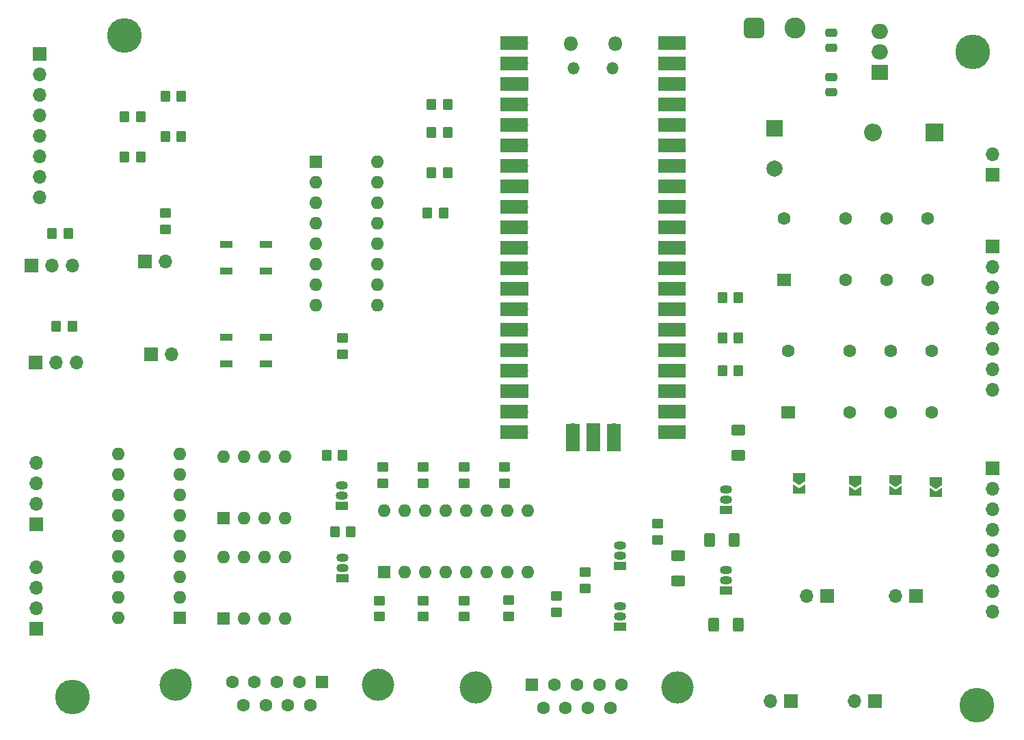
<source format=gbr>
%TF.GenerationSoftware,KiCad,Pcbnew,8.0.2*%
%TF.CreationDate,2024-05-06T20:09:05+02:00*%
%TF.ProjectId,sNs-Block,734e732d-426c-46f6-936b-2e6b69636164,rev?*%
%TF.SameCoordinates,Original*%
%TF.FileFunction,Soldermask,Top*%
%TF.FilePolarity,Negative*%
%FSLAX46Y46*%
G04 Gerber Fmt 4.6, Leading zero omitted, Abs format (unit mm)*
G04 Created by KiCad (PCBNEW 8.0.2) date 2024-05-06 20:09:05*
%MOMM*%
%LPD*%
G01*
G04 APERTURE LIST*
G04 Aperture macros list*
%AMRoundRect*
0 Rectangle with rounded corners*
0 $1 Rounding radius*
0 $2 $3 $4 $5 $6 $7 $8 $9 X,Y pos of 4 corners*
0 Add a 4 corners polygon primitive as box body*
4,1,4,$2,$3,$4,$5,$6,$7,$8,$9,$2,$3,0*
0 Add four circle primitives for the rounded corners*
1,1,$1+$1,$2,$3*
1,1,$1+$1,$4,$5*
1,1,$1+$1,$6,$7*
1,1,$1+$1,$8,$9*
0 Add four rect primitives between the rounded corners*
20,1,$1+$1,$2,$3,$4,$5,0*
20,1,$1+$1,$4,$5,$6,$7,0*
20,1,$1+$1,$6,$7,$8,$9,0*
20,1,$1+$1,$8,$9,$2,$3,0*%
%AMFreePoly0*
4,1,6,1.000000,0.000000,0.500000,-0.750000,-0.500000,-0.750000,-0.500000,0.750000,0.500000,0.750000,1.000000,0.000000,1.000000,0.000000,$1*%
%AMFreePoly1*
4,1,6,0.500000,-0.750000,-0.650000,-0.750000,-0.150000,0.000000,-0.650000,0.750000,0.500000,0.750000,0.500000,-0.750000,0.500000,-0.750000,$1*%
G04 Aperture macros list end*
%ADD10R,2.200000X2.200000*%
%ADD11O,2.200000X2.200000*%
%ADD12R,2.000000X2.000000*%
%ADD13C,2.000000*%
%ADD14RoundRect,0.250000X-0.475000X0.250000X-0.475000X-0.250000X0.475000X-0.250000X0.475000X0.250000X0*%
%ADD15R,1.700000X1.700000*%
%ADD16O,1.700000X1.700000*%
%ADD17R,1.500000X1.050000*%
%ADD18O,1.500000X1.050000*%
%ADD19RoundRect,0.250000X0.350000X0.450000X-0.350000X0.450000X-0.350000X-0.450000X0.350000X-0.450000X0*%
%ADD20RoundRect,0.250000X-0.400000X-0.625000X0.400000X-0.625000X0.400000X0.625000X-0.400000X0.625000X0*%
%ADD21RoundRect,0.250000X0.450000X-0.350000X0.450000X0.350000X-0.450000X0.350000X-0.450000X-0.350000X0*%
%ADD22FreePoly0,270.000000*%
%ADD23FreePoly1,270.000000*%
%ADD24C,4.300000*%
%ADD25RoundRect,0.250000X-0.350000X-0.450000X0.350000X-0.450000X0.350000X0.450000X-0.350000X0.450000X0*%
%ADD26R,1.600000X1.600000*%
%ADD27O,1.600000X1.600000*%
%ADD28O,1.800000X1.800000*%
%ADD29O,1.500000X1.500000*%
%ADD30R,3.500000X1.700000*%
%ADD31R,1.700000X3.500000*%
%ADD32R,1.500000X0.900000*%
%ADD33C,1.600000*%
%ADD34R,1.800000X1.600000*%
%ADD35C,4.000000*%
%ADD36RoundRect,0.650000X-0.650000X-0.650000X0.650000X-0.650000X0.650000X0.650000X-0.650000X0.650000X0*%
%ADD37C,2.600000*%
%ADD38RoundRect,0.250000X-0.450000X0.350000X-0.450000X-0.350000X0.450000X-0.350000X0.450000X0.350000X0*%
%ADD39RoundRect,0.250000X0.625000X-0.400000X0.625000X0.400000X-0.625000X0.400000X-0.625000X-0.400000X0*%
%ADD40R,2.000000X1.905000*%
%ADD41O,2.000000X1.905000*%
G04 APERTURE END LIST*
D10*
%TO.C,D3*%
X191310000Y-32000000D03*
D11*
X183690000Y-32000000D03*
%TD*%
D12*
%TO.C,C3*%
X171500000Y-31500000D03*
D13*
X171500000Y-36500000D03*
%TD*%
D14*
%TO.C,C2*%
X178500000Y-19600000D03*
X178500000Y-21500000D03*
%TD*%
%TO.C,C1*%
X178500000Y-25100000D03*
X178500000Y-27000000D03*
%TD*%
D15*
%TO.C,J17*%
X173540000Y-102500000D03*
D16*
X171000000Y-102500000D03*
%TD*%
D17*
%TO.C,Q2*%
X165500000Y-88770000D03*
D18*
X165500000Y-87500000D03*
X165500000Y-86230000D03*
%TD*%
D19*
%TO.C,R24*%
X167000000Y-52500000D03*
X165000000Y-52500000D03*
%TD*%
D20*
%TO.C,R26*%
X163400000Y-82500000D03*
X166500000Y-82500000D03*
%TD*%
D19*
%TO.C,R20*%
X167000000Y-57500000D03*
X165000000Y-57500000D03*
%TD*%
D15*
%TO.C,J9*%
X79420000Y-48500000D03*
D16*
X81960000Y-48500000D03*
X84500000Y-48500000D03*
%TD*%
D21*
%TO.C,R10*%
X128000000Y-92050000D03*
X128000000Y-90050000D03*
%TD*%
D22*
%TO.C,JP4*%
X181500000Y-75050000D03*
D23*
X181500000Y-76500000D03*
%TD*%
D15*
%TO.C,J8*%
X93500000Y-48000000D03*
D16*
X96040000Y-48000000D03*
%TD*%
D21*
%TO.C,R9*%
X122500000Y-92050000D03*
X122500000Y-90050000D03*
%TD*%
D24*
%TO.C,H3*%
X91000000Y-20000000D03*
%TD*%
D21*
%TO.C,R14*%
X128000000Y-75500000D03*
X128000000Y-73500000D03*
%TD*%
D25*
%TO.C,R5*%
X129000000Y-28500000D03*
X131000000Y-28500000D03*
%TD*%
D19*
%TO.C,R29*%
X98000000Y-27500000D03*
X96000000Y-27500000D03*
%TD*%
D25*
%TO.C,R8*%
X128500000Y-42000000D03*
X130500000Y-42000000D03*
%TD*%
D19*
%TO.C,R32*%
X93000000Y-35000000D03*
X91000000Y-35000000D03*
%TD*%
D26*
%TO.C,U1*%
X114700000Y-35625000D03*
D27*
X114700000Y-38165000D03*
X114700000Y-40705000D03*
X114700000Y-43245000D03*
X114700000Y-45785000D03*
X114700000Y-48325000D03*
X114700000Y-50865000D03*
X114700000Y-53405000D03*
X122320000Y-53405000D03*
X122320000Y-50865000D03*
X122320000Y-48325000D03*
X122320000Y-45785000D03*
X122320000Y-43245000D03*
X122320000Y-40705000D03*
X122320000Y-38165000D03*
X122320000Y-35625000D03*
%TD*%
D17*
%TO.C,Q7*%
X152360000Y-85770000D03*
D18*
X152360000Y-84500000D03*
X152360000Y-83230000D03*
%TD*%
D21*
%TO.C,R11*%
X133000000Y-92050000D03*
X133000000Y-90050000D03*
%TD*%
D15*
%TO.C,J13*%
X80000000Y-80580000D03*
D16*
X80000000Y-78040000D03*
X80000000Y-75500000D03*
X80000000Y-72960000D03*
%TD*%
D26*
%TO.C,U5*%
X103200000Y-79800000D03*
D27*
X105740000Y-79800000D03*
X108280000Y-79800000D03*
X110820000Y-79800000D03*
X110820000Y-72180000D03*
X108280000Y-72180000D03*
X105740000Y-72180000D03*
X103200000Y-72180000D03*
%TD*%
D17*
%TO.C,Q1*%
X165500000Y-78770000D03*
D18*
X165500000Y-77500000D03*
X165500000Y-76230000D03*
%TD*%
D26*
%TO.C,U4*%
X103200000Y-92300000D03*
D27*
X105740000Y-92300000D03*
X108280000Y-92300000D03*
X110820000Y-92300000D03*
X110820000Y-84680000D03*
X108280000Y-84680000D03*
X105740000Y-84680000D03*
X103200000Y-84680000D03*
%TD*%
D22*
%TO.C,JP1*%
X191500000Y-75275000D03*
D23*
X191500000Y-76725000D03*
%TD*%
D25*
%TO.C,R4*%
X82500000Y-56000000D03*
X84500000Y-56000000D03*
%TD*%
D17*
%TO.C,Q5*%
X118000000Y-87270000D03*
D18*
X118000000Y-86000000D03*
X118000000Y-84730000D03*
%TD*%
D15*
%TO.C,J14*%
X183960000Y-102500000D03*
D16*
X181420000Y-102500000D03*
%TD*%
D25*
%TO.C,R7*%
X129000000Y-37000000D03*
X131000000Y-37000000D03*
%TD*%
D15*
%TO.C,J6*%
X198525000Y-46125000D03*
D16*
X198525000Y-48665000D03*
X198525000Y-51205000D03*
X198525000Y-53745000D03*
X198525000Y-56285000D03*
X198525000Y-58825000D03*
X198525000Y-61365000D03*
X198525000Y-63905000D03*
%TD*%
D19*
%TO.C,R31*%
X98000000Y-32500000D03*
X96000000Y-32500000D03*
%TD*%
D15*
%TO.C,J7*%
X198525000Y-73625000D03*
D16*
X198525000Y-76165000D03*
X198525000Y-78705000D03*
X198525000Y-81245000D03*
X198525000Y-83785000D03*
X198525000Y-86325000D03*
X198525000Y-88865000D03*
X198525000Y-91405000D03*
%TD*%
D28*
%TO.C,U2*%
X146275000Y-21000000D03*
D29*
X146575000Y-24030000D03*
X151425000Y-24030000D03*
D28*
X151725000Y-21000000D03*
D16*
X140110000Y-20870000D03*
D30*
X139210000Y-20870000D03*
D16*
X140110000Y-23410000D03*
D30*
X139210000Y-23410000D03*
D15*
X140110000Y-25950000D03*
D30*
X139210000Y-25950000D03*
D16*
X140110000Y-28490000D03*
D30*
X139210000Y-28490000D03*
D16*
X140110000Y-31030000D03*
D30*
X139210000Y-31030000D03*
D16*
X140110000Y-33570000D03*
D30*
X139210000Y-33570000D03*
D16*
X140110000Y-36110000D03*
D30*
X139210000Y-36110000D03*
D15*
X140110000Y-38650000D03*
D30*
X139210000Y-38650000D03*
D16*
X140110000Y-41190000D03*
D30*
X139210000Y-41190000D03*
D16*
X140110000Y-43730000D03*
D30*
X139210000Y-43730000D03*
D16*
X140110000Y-46270000D03*
D30*
X139210000Y-46270000D03*
D16*
X140110000Y-48810000D03*
D30*
X139210000Y-48810000D03*
D15*
X140110000Y-51350000D03*
D30*
X139210000Y-51350000D03*
D16*
X140110000Y-53890000D03*
D30*
X139210000Y-53890000D03*
D16*
X140110000Y-56430000D03*
D30*
X139210000Y-56430000D03*
D16*
X140110000Y-58970000D03*
D30*
X139210000Y-58970000D03*
D16*
X140110000Y-61510000D03*
D30*
X139210000Y-61510000D03*
D15*
X140110000Y-64050000D03*
D30*
X139210000Y-64050000D03*
D16*
X140110000Y-66590000D03*
D30*
X139210000Y-66590000D03*
D16*
X140110000Y-69130000D03*
D30*
X139210000Y-69130000D03*
D16*
X157890000Y-69130000D03*
D30*
X158790000Y-69130000D03*
D16*
X157890000Y-66590000D03*
D30*
X158790000Y-66590000D03*
D15*
X157890000Y-64050000D03*
D30*
X158790000Y-64050000D03*
D16*
X157890000Y-61510000D03*
D30*
X158790000Y-61510000D03*
D16*
X157890000Y-58970000D03*
D30*
X158790000Y-58970000D03*
D16*
X157890000Y-56430000D03*
D30*
X158790000Y-56430000D03*
D16*
X157890000Y-53890000D03*
D30*
X158790000Y-53890000D03*
D15*
X157890000Y-51350000D03*
D30*
X158790000Y-51350000D03*
D16*
X157890000Y-48810000D03*
D30*
X158790000Y-48810000D03*
D16*
X157890000Y-46270000D03*
D30*
X158790000Y-46270000D03*
D16*
X157890000Y-43730000D03*
D30*
X158790000Y-43730000D03*
D16*
X157890000Y-41190000D03*
D30*
X158790000Y-41190000D03*
D15*
X157890000Y-38650000D03*
D30*
X158790000Y-38650000D03*
D16*
X157890000Y-36110000D03*
D30*
X158790000Y-36110000D03*
D16*
X157890000Y-33570000D03*
D30*
X158790000Y-33570000D03*
D16*
X157890000Y-31030000D03*
D30*
X158790000Y-31030000D03*
D16*
X157890000Y-28490000D03*
D30*
X158790000Y-28490000D03*
D15*
X157890000Y-25950000D03*
D30*
X158790000Y-25950000D03*
D16*
X157890000Y-23410000D03*
D30*
X158790000Y-23410000D03*
D16*
X157890000Y-20870000D03*
D30*
X158790000Y-20870000D03*
D16*
X146460000Y-68900000D03*
D31*
X146460000Y-69800000D03*
D15*
X149000000Y-68900000D03*
D31*
X149000000Y-69800000D03*
D16*
X151540000Y-68900000D03*
D31*
X151540000Y-69800000D03*
%TD*%
D26*
%TO.C,U3*%
X123125000Y-86500000D03*
D27*
X125665000Y-86500000D03*
X128205000Y-86500000D03*
X130745000Y-86500000D03*
X133285000Y-86500000D03*
X135825000Y-86500000D03*
X138365000Y-86500000D03*
X140905000Y-86500000D03*
X140905000Y-78880000D03*
X138365000Y-78880000D03*
X135825000Y-78880000D03*
X133285000Y-78880000D03*
X130745000Y-78880000D03*
X128205000Y-78880000D03*
X125665000Y-78880000D03*
X123125000Y-78880000D03*
%TD*%
D32*
%TO.C,D1*%
X103550000Y-45850000D03*
X103550000Y-49150000D03*
X108450000Y-49150000D03*
X108450000Y-45850000D03*
%TD*%
D24*
%TO.C,H2*%
X196000000Y-22000000D03*
%TD*%
D21*
%TO.C,R19*%
X148000000Y-88500000D03*
X148000000Y-86500000D03*
%TD*%
D15*
%TO.C,J12*%
X80000000Y-93540000D03*
D16*
X80000000Y-91000000D03*
X80000000Y-88460000D03*
X80000000Y-85920000D03*
%TD*%
D33*
%TO.C,K2*%
X180802500Y-66737500D03*
X185882500Y-66737500D03*
X190962500Y-66737500D03*
X180802500Y-59117500D03*
X185882500Y-59117500D03*
X190962500Y-59117500D03*
D34*
X173182500Y-66737500D03*
D33*
X173182500Y-59117500D03*
%TD*%
D35*
%TO.C,J1*%
X97345000Y-100460000D03*
X122345000Y-100460000D03*
D26*
X115385000Y-100160000D03*
D33*
X112615000Y-100160000D03*
X109845000Y-100160000D03*
X107075000Y-100160000D03*
X104305000Y-100160000D03*
X114000000Y-103000000D03*
X111230000Y-103000000D03*
X108460000Y-103000000D03*
X105690000Y-103000000D03*
%TD*%
D32*
%TO.C,D2*%
X103550000Y-57350000D03*
X103550000Y-60650000D03*
X108450000Y-60650000D03*
X108450000Y-57350000D03*
%TD*%
D21*
%TO.C,R3*%
X118000000Y-59500000D03*
X118000000Y-57500000D03*
%TD*%
%TO.C,R13*%
X123000000Y-75500000D03*
X123000000Y-73500000D03*
%TD*%
%TO.C,R18*%
X144500000Y-91500000D03*
X144500000Y-89500000D03*
%TD*%
D17*
%TO.C,Q8*%
X117860000Y-78270000D03*
D18*
X117860000Y-77000000D03*
X117860000Y-75730000D03*
%TD*%
D21*
%TO.C,R12*%
X138500000Y-92000000D03*
X138500000Y-90000000D03*
%TD*%
D17*
%TO.C,Q6*%
X152360000Y-93270000D03*
D18*
X152360000Y-92000000D03*
X152360000Y-90730000D03*
%TD*%
D15*
%TO.C,J16*%
X178000000Y-89500000D03*
D16*
X175460000Y-89500000D03*
%TD*%
D36*
%TO.C,JP5*%
X168960000Y-19000000D03*
D37*
X174040000Y-19000000D03*
%TD*%
D38*
%TO.C,R21*%
X157000000Y-80500000D03*
X157000000Y-82500000D03*
%TD*%
D39*
%TO.C,R27*%
X159500000Y-87600000D03*
X159500000Y-84500000D03*
%TD*%
D24*
%TO.C,H4*%
X84500000Y-102000000D03*
%TD*%
D15*
%TO.C,J11*%
X79920000Y-60500000D03*
D16*
X82460000Y-60500000D03*
X85000000Y-60500000D03*
%TD*%
D15*
%TO.C,J10*%
X94225000Y-59500000D03*
D16*
X96765000Y-59500000D03*
%TD*%
D25*
%TO.C,R6*%
X129000000Y-32000000D03*
X131000000Y-32000000D03*
%TD*%
D33*
%TO.C,K1*%
X180302500Y-50237500D03*
X185382500Y-50237500D03*
X190462500Y-50237500D03*
X180302500Y-42617500D03*
X185382500Y-42617500D03*
X190462500Y-42617500D03*
D34*
X172682500Y-50237500D03*
D33*
X172682500Y-42617500D03*
%TD*%
D15*
%TO.C,J15*%
X189000000Y-89500000D03*
D16*
X186460000Y-89500000D03*
%TD*%
D20*
%TO.C,R28*%
X163900000Y-93000000D03*
X167000000Y-93000000D03*
%TD*%
D40*
%TO.C,U7*%
X184500000Y-24500000D03*
D41*
X184500000Y-21960000D03*
X184500000Y-19420000D03*
%TD*%
D19*
%TO.C,R22*%
X167000000Y-61500000D03*
X165000000Y-61500000D03*
%TD*%
D22*
%TO.C,JP2*%
X186500000Y-75000000D03*
D23*
X186500000Y-76450000D03*
%TD*%
D25*
%TO.C,R17*%
X117000000Y-81500000D03*
X119000000Y-81500000D03*
%TD*%
D26*
%TO.C,U6*%
X97800000Y-92150000D03*
D27*
X97800000Y-89610000D03*
X97800000Y-87070000D03*
X97800000Y-84530000D03*
X97800000Y-81990000D03*
X97800000Y-79450000D03*
X97800000Y-76910000D03*
X97800000Y-74370000D03*
X97800000Y-71830000D03*
X90180000Y-71830000D03*
X90180000Y-74370000D03*
X90180000Y-76910000D03*
X90180000Y-79450000D03*
X90180000Y-81990000D03*
X90180000Y-84530000D03*
X90180000Y-87070000D03*
X90180000Y-89610000D03*
X90180000Y-92150000D03*
%TD*%
D15*
%TO.C,J18*%
X198475000Y-37250000D03*
D16*
X198475000Y-34710000D03*
%TD*%
D24*
%TO.C,H1*%
X196500000Y-103000000D03*
%TD*%
D21*
%TO.C,R16*%
X138000000Y-75500000D03*
X138000000Y-73500000D03*
%TD*%
D15*
%TO.C,J3*%
X80500000Y-22260000D03*
D16*
X80500000Y-24800000D03*
X80500000Y-27340000D03*
X80500000Y-29880000D03*
X80500000Y-32420000D03*
X80500000Y-34960000D03*
X80500000Y-37500000D03*
X80500000Y-40040000D03*
%TD*%
D21*
%TO.C,R15*%
X133000000Y-75500000D03*
X133000000Y-73500000D03*
%TD*%
D19*
%TO.C,R30*%
X93000000Y-30000000D03*
X91000000Y-30000000D03*
%TD*%
D22*
%TO.C,JP3*%
X174500000Y-74775000D03*
D23*
X174500000Y-76225000D03*
%TD*%
D35*
%TO.C,J2*%
X134490000Y-100794669D03*
X159490000Y-100794669D03*
D26*
X141450000Y-100494669D03*
D33*
X144220000Y-100494669D03*
X146990000Y-100494669D03*
X149760000Y-100494669D03*
X152530000Y-100494669D03*
X142835000Y-103334669D03*
X145605000Y-103334669D03*
X148375000Y-103334669D03*
X151145000Y-103334669D03*
%TD*%
D21*
%TO.C,R1*%
X96000000Y-44000000D03*
X96000000Y-42000000D03*
%TD*%
D25*
%TO.C,R2*%
X82000000Y-44500000D03*
X84000000Y-44500000D03*
%TD*%
%TO.C,R23*%
X116000000Y-72000000D03*
X118000000Y-72000000D03*
%TD*%
D39*
%TO.C,R25*%
X167000000Y-72000000D03*
X167000000Y-68900000D03*
%TD*%
M02*

</source>
